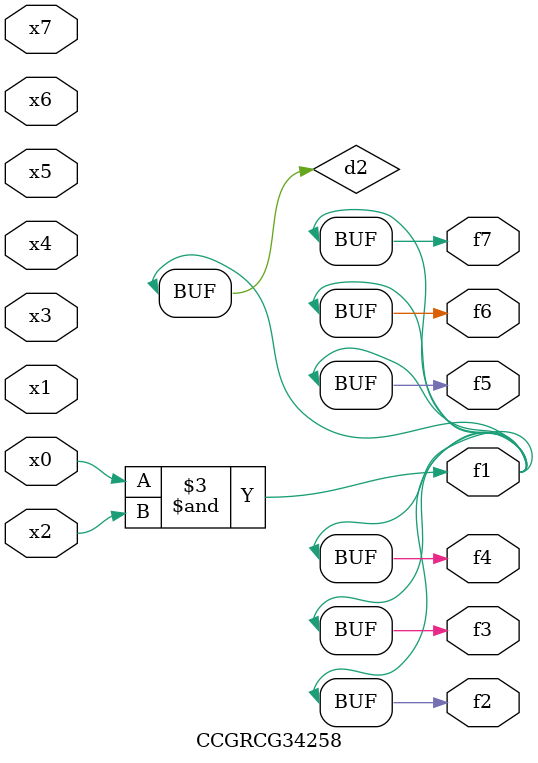
<source format=v>
module CCGRCG34258(
	input x0, x1, x2, x3, x4, x5, x6, x7,
	output f1, f2, f3, f4, f5, f6, f7
);

	wire d1, d2;

	nor (d1, x3, x6);
	and (d2, x0, x2);
	assign f1 = d2;
	assign f2 = d2;
	assign f3 = d2;
	assign f4 = d2;
	assign f5 = d2;
	assign f6 = d2;
	assign f7 = d2;
endmodule

</source>
